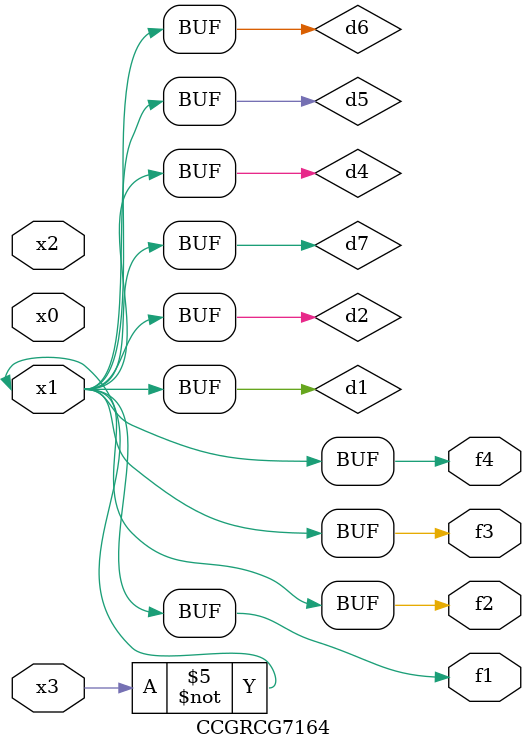
<source format=v>
module CCGRCG7164(
	input x0, x1, x2, x3,
	output f1, f2, f3, f4
);

	wire d1, d2, d3, d4, d5, d6, d7;

	not (d1, x3);
	buf (d2, x1);
	xnor (d3, d1, d2);
	nor (d4, d1);
	buf (d5, d1, d2);
	buf (d6, d4, d5);
	nand (d7, d4);
	assign f1 = d6;
	assign f2 = d7;
	assign f3 = d6;
	assign f4 = d6;
endmodule

</source>
